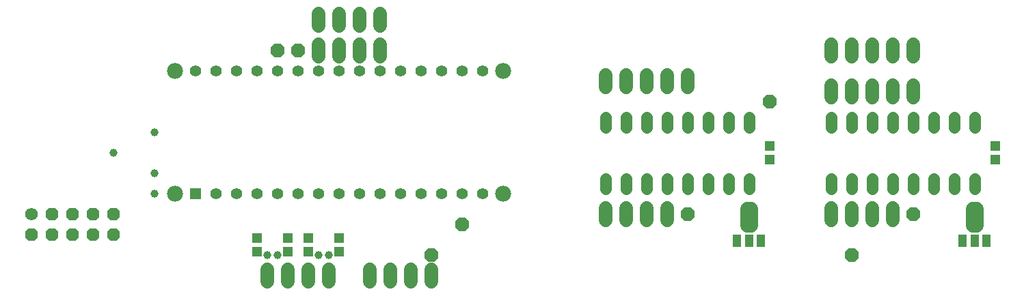
<source format=gbr>
G04 EAGLE Gerber RS-274X export*
G75*
%MOMM*%
%FSLAX34Y34*%
%LPD*%
%INSoldermask Top*%
%IPPOS*%
%AMOC8*
5,1,8,0,0,1.08239X$1,22.5*%
G01*
%ADD10C,1.981200*%
%ADD11R,1.409600X1.409600*%
%ADD12C,1.409600*%
%ADD13R,1.203200X1.303200*%
%ADD14C,1.422400*%
%ADD15C,1.727200*%
%ADD16R,1.003200X1.603200*%
%ADD17C,1.721103*%
%ADD18R,1.000000X1.600000*%
%ADD19C,1.574800*%
%ADD20P,1.704548X8X22.500000*%
%ADD21P,1.869504X8X22.500000*%
%ADD22C,0.990600*%


D10*
X215900Y139700D03*
D11*
X241300Y139700D03*
D12*
X266700Y139700D03*
X292100Y139700D03*
X317500Y139700D03*
X342900Y139700D03*
X368300Y139700D03*
X393700Y139700D03*
X419100Y139700D03*
X444500Y139700D03*
X469900Y139700D03*
X495300Y139700D03*
X520700Y139700D03*
X546100Y139700D03*
X571500Y139700D03*
X596900Y139700D03*
X596900Y292100D03*
X571500Y292100D03*
X546100Y292100D03*
X520700Y292100D03*
X495300Y292100D03*
X469900Y292100D03*
X444500Y292100D03*
X419100Y292100D03*
X393700Y292100D03*
X368300Y292100D03*
X342900Y292100D03*
X317500Y292100D03*
X292100Y292100D03*
X266700Y292100D03*
X241300Y292100D03*
D10*
X215900Y292100D03*
X622300Y292100D03*
X622300Y139700D03*
D13*
X952500Y199000D03*
X952500Y182000D03*
X1231900Y199000D03*
X1231900Y182000D03*
D14*
X749300Y158496D02*
X749300Y146304D01*
X774700Y146304D02*
X774700Y158496D01*
X901700Y158496D02*
X901700Y146304D01*
X927100Y146304D02*
X927100Y158496D01*
X800100Y158496D02*
X800100Y146304D01*
X825500Y146304D02*
X825500Y158496D01*
X876300Y158496D02*
X876300Y146304D01*
X850900Y146304D02*
X850900Y158496D01*
X927100Y222504D02*
X927100Y234696D01*
X901700Y234696D02*
X901700Y222504D01*
X876300Y222504D02*
X876300Y234696D01*
X850900Y234696D02*
X850900Y222504D01*
X825500Y222504D02*
X825500Y234696D01*
X800100Y234696D02*
X800100Y222504D01*
X774700Y222504D02*
X774700Y234696D01*
X749300Y234696D02*
X749300Y222504D01*
X1028700Y158496D02*
X1028700Y146304D01*
X1054100Y146304D02*
X1054100Y158496D01*
X1181100Y158496D02*
X1181100Y146304D01*
X1206500Y146304D02*
X1206500Y158496D01*
X1079500Y158496D02*
X1079500Y146304D01*
X1104900Y146304D02*
X1104900Y158496D01*
X1155700Y158496D02*
X1155700Y146304D01*
X1130300Y146304D02*
X1130300Y158496D01*
X1206500Y222504D02*
X1206500Y234696D01*
X1181100Y234696D02*
X1181100Y222504D01*
X1155700Y222504D02*
X1155700Y234696D01*
X1130300Y234696D02*
X1130300Y222504D01*
X1104900Y222504D02*
X1104900Y234696D01*
X1079500Y234696D02*
X1079500Y222504D01*
X1054100Y222504D02*
X1054100Y234696D01*
X1028700Y234696D02*
X1028700Y222504D01*
D15*
X749300Y271780D02*
X749300Y287020D01*
X774700Y287020D02*
X774700Y271780D01*
X800100Y271780D02*
X800100Y287020D01*
X825500Y287020D02*
X825500Y271780D01*
X850900Y271780D02*
X850900Y287020D01*
X1028700Y309880D02*
X1028700Y325120D01*
X1054100Y325120D02*
X1054100Y309880D01*
X1079500Y309880D02*
X1079500Y325120D01*
X1104900Y325120D02*
X1104900Y309880D01*
X1130300Y309880D02*
X1130300Y325120D01*
X1028700Y274320D02*
X1028700Y259080D01*
X1054100Y259080D02*
X1054100Y274320D01*
X1079500Y274320D02*
X1079500Y259080D01*
X1104900Y259080D02*
X1104900Y274320D01*
X1130300Y274320D02*
X1130300Y259080D01*
D13*
X317500Y84700D03*
X317500Y67700D03*
D16*
X1191510Y81790D03*
X1221490Y81790D03*
D17*
X1209071Y100339D02*
X1203929Y100339D01*
X1203929Y121661D01*
X1209071Y121661D01*
X1209071Y100339D01*
X1209071Y116689D02*
X1203929Y116689D01*
D18*
X1206500Y81800D03*
D16*
X912110Y81790D03*
X942090Y81790D03*
D17*
X929671Y100339D02*
X924529Y100339D01*
X924529Y121661D01*
X929671Y121661D01*
X929671Y100339D01*
X929671Y116689D02*
X924529Y116689D01*
D18*
X927100Y81800D03*
D19*
X38100Y114300D03*
D20*
X38100Y88900D03*
X63500Y114300D03*
X63500Y88900D03*
X88900Y114300D03*
X88900Y88900D03*
X114300Y114300D03*
X114300Y88900D03*
X139700Y114300D03*
X139700Y88900D03*
D15*
X393700Y347980D02*
X393700Y363220D01*
X419100Y363220D02*
X419100Y347980D01*
X444500Y347980D02*
X444500Y363220D01*
X469900Y363220D02*
X469900Y347980D01*
X393700Y325120D02*
X393700Y309880D01*
X419100Y309880D02*
X419100Y325120D01*
X444500Y325120D02*
X444500Y309880D01*
X469900Y309880D02*
X469900Y325120D01*
X749300Y121920D02*
X749300Y106680D01*
X774700Y106680D02*
X774700Y121920D01*
X800100Y121920D02*
X800100Y106680D01*
X825500Y106680D02*
X825500Y121920D01*
X1028700Y121920D02*
X1028700Y106680D01*
X1054100Y106680D02*
X1054100Y121920D01*
X1079500Y121920D02*
X1079500Y106680D01*
X1104900Y106680D02*
X1104900Y121920D01*
D21*
X368300Y317500D03*
X342900Y317500D03*
X850900Y114300D03*
X1054100Y63500D03*
X533400Y63500D03*
X571500Y101600D03*
X1130300Y114300D03*
X952500Y254000D03*
D15*
X330200Y45720D02*
X330200Y30480D01*
X355600Y30480D02*
X355600Y45720D01*
X381000Y45720D02*
X381000Y30480D01*
X406400Y30480D02*
X406400Y45720D01*
D13*
X355600Y84700D03*
X355600Y67700D03*
X381000Y84700D03*
X381000Y67700D03*
X419100Y84700D03*
X419100Y67700D03*
D15*
X457200Y45720D02*
X457200Y30480D01*
X482600Y30480D02*
X482600Y45720D01*
X508000Y45720D02*
X508000Y30480D01*
X533400Y30480D02*
X533400Y45720D01*
D22*
X330200Y63500D03*
X190500Y215900D03*
X139700Y190500D03*
X190500Y165100D03*
X190500Y139700D03*
X342900Y63500D03*
X393700Y63500D03*
X406400Y63500D03*
M02*

</source>
